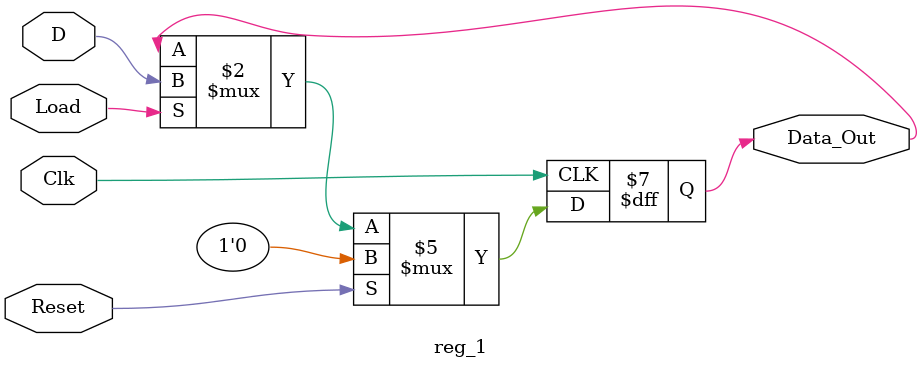
<source format=sv>
module nzp(input logic [15:0] From_Bus,
           input logic LD_CC, Reset, Clk,
           output logic N, Z, P);

logic nlogic, zlogic, plogic;
reg_1 n(.Clk, .Reset, .Load(LD_CC), .D(nlogic), .Data_Out(N));
reg_1 z(.Clk, .Reset, .Load(LD_CC), .D(zlogic), .Data_Out(Z));
reg_1 p(.Clk, .Reset, .Load(LD_CC), .D(plogic), .Data_Out(P));

always_comb begin
    zlogic = 0;
    plogic = 0;
    nlogic = 0;

    if (From_Bus == 16'h0) begin
        zlogic = 1;
    end
    else if (From_Bus[15] == 1'b0) begin
        plogic = 1;
    end
    else if (From_Bus[15] == 1'b1) begin
        nlogic = 1;
    end
    else begin
        zlogic = 0;
        plogic = 0; 
        nlogic = 0;
    end
end

endmodule

module reg_1 (input  logic Clk, Reset, Load, D,
              output logic Data_Out);

    always_ff @ (posedge Clk)
    begin
	 	 if (Reset) //notice, this is a sycnrhonous reset, which is recommended on the FPGA
			  Data_Out <= 1'h0;
		 else if (Load)
			  Data_Out <= D;
    end

endmodule

</source>
